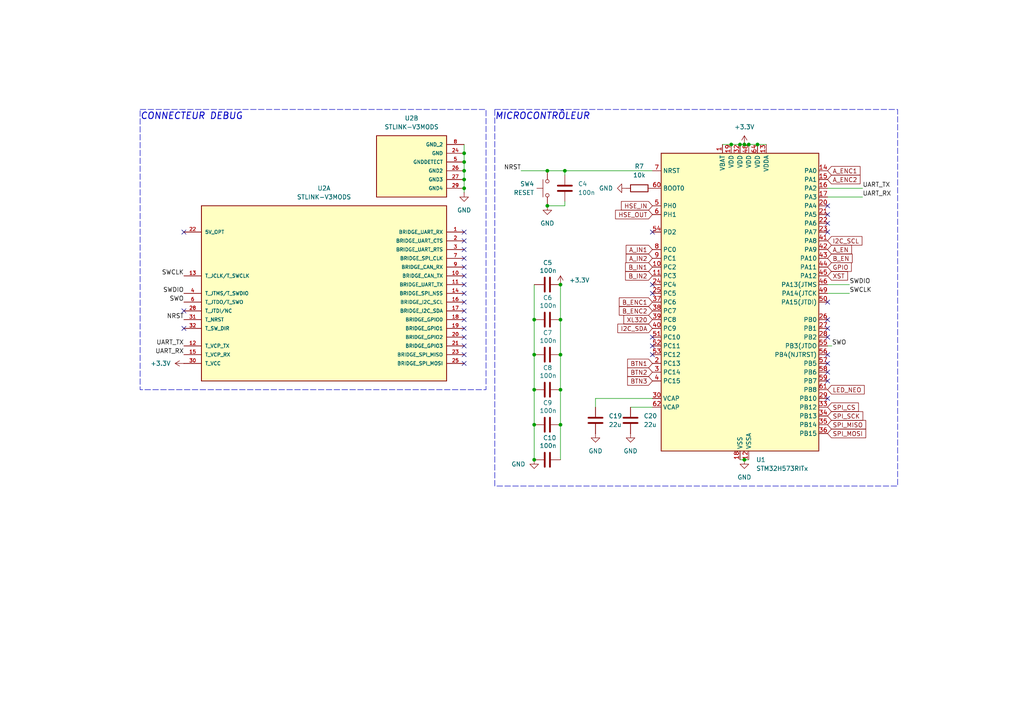
<source format=kicad_sch>
(kicad_sch (version 20250114) (generator "eeschema") (generator_version "9.0")
  (paper "A4")
  (lib_symbols
    (symbol "Device:C" (pin_numbers (hide yes)) (pin_names (offset 0.254))
      (property "Reference" "C" (at 0.635 2.54 0))
      (property "Value" "C" (at 0.635 -2.54 0))
      (symbol "C_0_1"
        (polyline (pts (xy -2.032 0.762) (xy 2.032 0.762)) (stroke (width 0.508)))
        (polyline (pts (xy -2.032 -0.762) (xy 2.032 -0.762)) (stroke (width 0.508)))
      )
      (symbol "C_1_1"
        (pin passive line (at 0 3.81 270) (length 2.794) (name "~") (number "1"))
        (pin passive line (at 0 -3.81 90) (length 2.794) (name "~") (number "2"))
      )
    )
    (symbol "Device:R" (pin_numbers (hide yes)) (pin_names (offset 0))
      (property "Reference" "R" (at 2.032 0 90))
      (property "Value" "R" (at 0 0 90))
      (symbol "R_0_1"
        (rectangle (start -1.016 -2.54) (end 1.016 2.54) (stroke (width 0.254)))
      )
      (symbol "R_1_1"
        (pin passive line (at 0 3.81 270) (length 1.27) (name "~") (number "1"))
        (pin passive line (at 0 -3.81 90) (length 1.27) (name "~") (number "2"))
      )
    )
    (symbol "MCU_ST_STM32H5:STM32H573RITx"
      (property "Reference" "U" (at -22.86 44.45 0))
      (property "Value" "STM32H573RITx" (at 10.16 44.45 0))
      (symbol "STM32H573RITx_0_1"
        (rectangle (start -22.86 -43.18) (end 22.86 43.18) (stroke (width 0.254)) (fill (type background)))
      )
      (symbol "STM32H573RITx_1_1"
        (pin input line (at -25.4 38.1 0) (length 2.54) (name "NRST") (number "7"))
        (pin input line (at -25.4 33.02 0) (length 2.54) (name "BOOT0") (number "60"))
        (pin bidirectional line (at -25.4 27.94 0) (length 2.54) (name "PH0") (number "5"))
        (pin bidirectional line (at -25.4 25.4 0) (length 2.54) (name "PH1") (number "6"))
        (pin bidirectional line (at -25.4 20.32 0) (length 2.54) (name "PD2") (number "54"))
        (pin bidirectional line (at -25.4 15.24 0) (length 2.54) (name "PC0") (number "8"))
        (pin bidirectional line (at -25.4 12.7 0) (length 2.54) (name "PC1") (number "9"))
        (pin bidirectional line (at -25.4 10.16 0) (length 2.54) (name "PC2") (number "10"))
        (pin bidirectional line (at -25.4 7.62 0) (length 2.54) (name "PC3") (number "11"))
        (pin bidirectional line (at -25.4 5.08 0) (length 2.54) (name "PC4") (number "24"))
        (pin bidirectional line (at -25.4 2.54 0) (length 2.54) (name "PC5") (number "25"))
        (pin bidirectional line (at -25.4 0 0) (length 2.54) (name "PC6") (number "37"))
        (pin bidirectional line (at -25.4 -2.54 0) (length 2.54) (name "PC7") (number "38"))
        (pin bidirectional line (at -25.4 -5.08 0) (length 2.54) (name "PC8") (number "39"))
        (pin bidirectional line (at -25.4 -7.62 0) (length 2.54) (name "PC9") (number "40"))
        (pin bidirectional line (at -25.4 -10.16 0) (length 2.54) (name "PC10") (number "51"))
        (pin bidirectional line (at -25.4 -12.7 0) (length 2.54) (name "PC11") (number "52"))
        (pin bidirectional line (at -25.4 -15.24 0) (length 2.54) (name "PC12") (number "53"))
        (pin bidirectional line (at -25.4 -17.78 0) (length 2.54) (name "PC13") (number "2"))
        (pin bidirectional line (at -25.4 -20.32 0) (length 2.54) (name "PC14") (number "3"))
        (pin bidirectional line (at -25.4 -22.86 0) (length 2.54) (name "PC15") (number "4"))
        (pin power_out line (at -25.4 -27.94 0) (length 2.54) (name "VCAP") (number "30"))
        (pin power_out line (at -25.4 -30.48 0) (length 2.54) (name "VCAP") (number "62"))
        (pin power_in line (at -5.08 45.72 270) (length 2.54) (name "VBAT") (number "1"))
        (pin power_in line (at -2.54 45.72 270) (length 2.54) (name "VDD") (number "19"))
        (pin power_in line (at 0 45.72 270) (length 2.54) (name "VDD") (number "32"))
        (pin power_in line (at 0 -45.72 90) (length 2.54) (name "VSS") (number "18"))
        (pin passive line (at 0 -45.72 90) (length 2.54) (hide yes) (name "VSS") (number "31"))
        (pin passive line (at 0 -45.72 90) (length 2.54) (hide yes) (name "VSS") (number "47"))
        (pin passive line (at 0 -45.72 90) (length 2.54) (hide yes) (name "VSS") (number "63"))
        (pin power_in line (at 2.54 45.72 270) (length 2.54) (name "VDD") (number "48"))
        (pin power_in line (at 2.54 -45.72 90) (length 2.54) (name "VSSA") (number "12"))
        (pin power_in line (at 5.08 45.72 270) (length 2.54) (name "VDD") (number "64"))
        (pin power_in line (at 7.62 45.72 270) (length 2.54) (name "VDDA") (number "13"))
        (pin bidirectional line (at 25.4 38.1 180) (length 2.54) (name "PA0") (number "14"))
        (pin bidirectional line (at 25.4 35.56 180) (length 2.54) (name "PA1") (number "15"))
        (pin bidirectional line (at 25.4 33.02 180) (length 2.54) (name "PA2") (number "16"))
        (pin bidirectional line (at 25.4 30.48 180) (length 2.54) (name "PA3") (number "17"))
        (pin bidirectional line (at 25.4 27.94 180) (length 2.54) (name "PA4") (number "20"))
        (pin bidirectional line (at 25.4 25.4 180) (length 2.54) (name "PA5") (number "21"))
        (pin bidirectional line (at 25.4 22.86 180) (length 2.54) (name "PA6") (number "22"))
        (pin bidirectional line (at 25.4 20.32 180) (length 2.54) (name "PA7") (number "23"))
        (pin bidirectional line (at 25.4 17.78 180) (length 2.54) (name "PA8") (number "41"))
        (pin bidirectional line (at 25.4 15.24 180) (length 2.54) (name "PA9") (number "42"))
        (pin bidirectional line (at 25.4 12.7 180) (length 2.54) (name "PA10") (number "43"))
        (pin bidirectional line (at 25.4 10.16 180) (length 2.54) (name "PA11") (number "44"))
        (pin bidirectional line (at 25.4 7.62 180) (length 2.54) (name "PA12") (number "45"))
        (pin bidirectional line (at 25.4 5.08 180) (length 2.54) (name "PA13(JTMS") (number "46"))
        (pin bidirectional line (at 25.4 2.54 180) (length 2.54) (name "PA14(JTCK") (number "49"))
        (pin bidirectional line (at 25.4 0 180) (length 2.54) (name "PA15(JTDI)") (number "50"))
        (pin bidirectional line (at 25.4 -5.08 180) (length 2.54) (name "PB0") (number "26"))
        (pin bidirectional line (at 25.4 -7.62 180) (length 2.54) (name "PB1") (number "27"))
        (pin bidirectional line (at 25.4 -10.16 180) (length 2.54) (name "PB2") (number "28"))
        (pin bidirectional line (at 25.4 -12.7 180) (length 2.54) (name "PB3(JTDO") (number "55"))
        (pin bidirectional line (at 25.4 -15.24 180) (length 2.54) (name "PB4(NJTRST)") (number "56"))
        (pin bidirectional line (at 25.4 -17.78 180) (length 2.54) (name "PB5") (number "57"))
        (pin bidirectional line (at 25.4 -20.32 180) (length 2.54) (name "PB6") (number "58"))
        (pin bidirectional line (at 25.4 -22.86 180) (length 2.54) (name "PB7") (number "59"))
        (pin bidirectional line (at 25.4 -25.4 180) (length 2.54) (name "PB8") (number "61"))
        (pin bidirectional line (at 25.4 -27.94 180) (length 2.54) (name "PB10") (number "29"))
        (pin bidirectional line (at 25.4 -30.48 180) (length 2.54) (name "PB12") (number "33"))
        (pin bidirectional line (at 25.4 -33.02 180) (length 2.54) (name "PB13") (number "34"))
        (pin bidirectional line (at 25.4 -35.56 180) (length 2.54) (name "PB14") (number "35"))
        (pin bidirectional line (at 25.4 -38.1 180) (length 2.54) (name "PB15") (number "36"))
      )
    )
    (symbol "STLINK-V3MODS:STLINK-V3MODS" (pin_names (offset 1.016))
      (property "Reference" "U" (at -35.56 26.162 0))
      (property "Value" "STLINK-V3MODS" (at -35.56 -27.94 0))
      (symbol "STLINK-V3MODS_1_0"
        (rectangle (start -35.56 -25.4) (end 35.56 25.4) (stroke (width 0.254)) (fill (type background)))
        (pin passive line (at -40.64 17.78 0) (length 5.08) (name "5V_OPT") (number "22"))
        (pin passive line (at -40.64 5.08 0) (length 5.08) (name "T_JCLK/T_SWCLK") (number "13"))
        (pin passive line (at -40.64 0 0) (length 5.08) (name "T_JTMS/T_SWDIO") (number "4"))
        (pin passive line (at -40.64 -2.54 0) (length 5.08) (name "T_JTDO/T_SWO") (number "6"))
        (pin passive line (at -40.64 -5.08 0) (length 5.08) (name "T_JTDI/NC") (number "28"))
        (pin passive line (at -40.64 -7.62 0) (length 5.08) (name "T_NRST") (number "31"))
        (pin passive line (at -40.64 -10.16 0) (length 5.08) (name "T_SW_DIR") (number "32"))
        (pin passive line (at -40.64 -15.24 0) (length 5.08) (name "T_VCP_TX") (number "12"))
        (pin passive line (at -40.64 -17.78 0) (length 5.08) (name "T_VCP_RX") (number "15"))
        (pin passive line (at -40.64 -20.32 0) (length 5.08) (name "T_VCC") (number "30"))
        (pin passive line (at 40.64 17.78 180) (length 5.08) (name "BRIDGE_UART_RX") (number "1"))
        (pin passive line (at 40.64 15.24 180) (length 5.08) (name "BRIDGE_UART_CTS") (number "2"))
        (pin passive line (at 40.64 12.7 180) (length 5.08) (name "BRIDGE_UART_RTS") (number "3"))
        (pin passive line (at 40.64 10.16 180) (length 5.08) (name "BRIDGE_SPI_CLK") (number "7"))
        (pin passive line (at 40.64 7.62 180) (length 5.08) (name "BRIDGE_CAN_RX") (number "9"))
        (pin passive line (at 40.64 5.08 180) (length 5.08) (name "BRIDGE_CAN_TX") (number "10"))
        (pin passive line (at 40.64 2.54 180) (length 5.08) (name "BRIDGE_UART_TX") (number "11"))
        (pin passive line (at 40.64 0 180) (length 5.08) (name "BRIDGE_SPI_NSS") (number "14"))
        (pin bidirectional line (at 40.64 -2.54 180) (length 5.08) (name "BRIDGE_I2C_SCL") (number "16"))
        (pin bidirectional line (at 40.64 -5.08 180) (length 5.08) (name "BRIDGE_I2C_SDA") (number "17"))
        (pin bidirectional line (at 40.64 -7.62 180) (length 5.08) (name "BRIDGE_GPIO0") (number "18"))
        (pin bidirectional line (at 40.64 -10.16 180) (length 5.08) (name "BRIDGE_GPIO1") (number "19"))
        (pin bidirectional line (at 40.64 -12.7 180) (length 5.08) (name "BRIDGE_GPIO2") (number "20"))
        (pin bidirectional line (at 40.64 -15.24 180) (length 5.08) (name "BRIDGE_GPIO3") (number "21"))
        (pin passive line (at 40.64 -17.78 180) (length 5.08) (name "BRIDGE_SPI_MISO") (number "23"))
        (pin passive line (at 40.64 -20.32 180) (length 5.08) (name "BRIDGE_SPI_MOSI") (number "25"))
      )
      (symbol "STLINK-V3MODS_2_0"
        (rectangle (start -10.16 -10.16) (end 10.16 7.62) (stroke (width 0.254)) (fill (type background)))
        (pin power_in line (at 15.24 5.08 180) (length 5.08) (name "GND_2") (number "8"))
        (pin power_in line (at 15.24 2.54 180) (length 5.08) (name "GND") (number "24"))
        (pin power_in line (at 15.24 0 180) (length 5.08) (name "GNDDETECT") (number "5"))
        (pin power_in line (at 15.24 -2.54 180) (length 5.08) (name "GND2") (number "26"))
        (pin power_in line (at 15.24 -5.08 180) (length 5.08) (name "GND3") (number "27"))
        (pin power_in line (at 15.24 -7.62 180) (length 5.08) (name "GND4") (number "29"))
      )
    )
    (symbol "Switch:SW_Push" (pin_numbers (hide yes)) (pin_names (offset 1.016) (hide yes))
      (property "Reference" "SW" (at 1.27 2.54 0))
      (property "Value" "SW_Push" (at 0 -1.524 0))
      (symbol "SW_Push_0_1"
        (circle (center -2.032 0) (radius 0.508))
        (polyline (pts (xy 0 1.27) (xy 0 3.048)))
        (circle (center 2.032 0) (radius 0.508))
        (polyline (pts (xy 2.54 1.27) (xy -2.54 1.27)))
        (pin passive line (at -5.08 0 0) (length 2.54) (name "1") (number "1"))
        (pin passive line (at 5.08 0 180) (length 2.54) (name "2") (number "2"))
      )
    )
    (symbol "power:+3.3V" (power) (pin_numbers (hide yes)) (pin_names (offset 0) (hide yes))
      (property "Value" "+3.3V" (at 0 3.556 0))
      (symbol "+3.3V_0_1"
        (polyline (pts (xy -0.762 1.27) (xy 0 2.54)))
        (polyline (pts (xy 0 2.54) (xy 0.762 1.27)))
        (polyline (pts (xy 0 0) (xy 0 2.54)))
      )
      (symbol "+3.3V_1_1"
        (pin power_in line (at 0 0 90) (length 0) (name "~") (number "1"))
      )
    )
    (symbol "power:GND" (power) (pin_numbers (hide yes)) (pin_names (offset 0) (hide yes))
      (property "Value" "GND" (at 0 -3.81 0))
      (symbol "GND_0_1"
        (polyline (pts (xy 0 0) (xy 0 -1.27) (xy 1.27 -1.27) (xy 0 -2.54) (xy -1.27 -1.27) (xy 0 -1.27)))
      )
      (symbol "GND_1_1"
        (pin power_in line (at 0 0 270) (length 0) (name "~") (number "1"))
      )
    )
  )
  (rectangle (start 40.64 31.75) (end 140.97 113.03) (stroke (width 0) (type dash)))
  (rectangle (start 143.51 31.75) (end 260.35 140.97) (stroke (width 0) (type dash)))
  (text "CONNECTEUR DEBUG" (at 40.64 33.782 0) (effects (font (size 1.905 1.905) (thickness 0.254) (bold yes) (italic yes)) (justify left)))
  (text "MICROCONTRÔLEUR" (at 143.51 33.782 0) (effects (font (size 1.905 1.905) (thickness 0.254) (bold yes) (italic yes)) (justify left)))
  (junction (at 134.62 54.61))
  (junction (at 134.62 44.45))
  (junction (at 162.56 82.55))
  (junction (at 162.56 102.87))
  (junction (at 154.94 113.03))
  (junction (at 214.63 41.91))
  (junction (at 215.9 133.35))
  (junction (at 217.17 41.91))
  (junction (at 158.75 59.69))
  (junction (at 134.62 49.53))
  (junction (at 162.56 123.19))
  (junction (at 162.56 92.71))
  (junction (at 158.75 49.53))
  (junction (at 215.9 41.91))
  (junction (at 154.94 123.19))
  (junction (at 162.56 113.03))
  (junction (at 212.09 41.91))
  (junction (at 154.94 133.35))
  (junction (at 219.71 41.91))
  (junction (at 154.94 102.87))
  (junction (at 163.83 49.53))
  (junction (at 134.62 46.99))
  (junction (at 134.62 52.07))
  (junction (at 154.94 92.71))
  (no_connect (at 134.62 85.09))
  (no_connect (at 240.03 107.95))
  (no_connect (at 240.03 64.77))
  (no_connect (at 189.23 67.31))
  (no_connect (at 134.62 82.55))
  (no_connect (at 134.62 90.17))
  (no_connect (at 134.62 97.79))
  (no_connect (at 134.62 102.87))
  (no_connect (at 189.23 82.55))
  (no_connect (at 134.62 69.85))
  (no_connect (at 134.62 87.63))
  (no_connect (at 240.03 67.31))
  (no_connect (at 53.34 67.31))
  (no_connect (at 240.03 105.41))
  (no_connect (at 134.62 72.39))
  (no_connect (at 240.03 59.69))
  (no_connect (at 189.23 97.79))
  (no_connect (at 53.34 95.25))
  (no_connect (at 240.03 92.71))
  (no_connect (at 189.23 100.33))
  (no_connect (at 240.03 62.23))
  (no_connect (at 240.03 87.63))
  (no_connect (at 240.03 97.79))
  (no_connect (at 134.62 80.01))
  (no_connect (at 134.62 105.41))
  (no_connect (at 240.03 115.57))
  (no_connect (at 240.03 95.25))
  (no_connect (at 134.62 74.93))
  (no_connect (at 240.03 102.87))
  (no_connect (at 240.03 110.49))
  (no_connect (at 134.62 77.47))
  (no_connect (at 134.62 95.25))
  (no_connect (at 134.62 67.31))
  (no_connect (at 134.62 100.33))
  (no_connect (at 134.62 92.71))
  (no_connect (at 53.34 90.17))
  (no_connect (at 189.23 102.87))
  (no_connect (at 189.23 85.09))
  (wire (pts (xy 246.38 82.55) (xy 240.03 82.55)))
  (wire (pts (xy 162.56 102.87) (xy 162.56 113.03)))
  (wire (pts (xy 219.71 41.91) (xy 222.25 41.91)))
  (wire (pts (xy 241.3 100.33) (xy 240.03 100.33)))
  (wire (pts (xy 246.38 85.09) (xy 240.03 85.09)))
  (wire (pts (xy 134.62 49.53) (xy 134.62 52.07)))
  (wire (pts (xy 158.75 59.69) (xy 163.83 59.69)))
  (wire (pts (xy 215.9 41.91) (xy 217.17 41.91)))
  (wire (pts (xy 151.13 49.53) (xy 158.75 49.53)))
  (wire (pts (xy 158.75 49.53) (xy 163.83 49.53)))
  (wire (pts (xy 154.94 92.71) (xy 154.94 102.87)))
  (wire (pts (xy 134.62 46.99) (xy 134.62 49.53)))
  (wire (pts (xy 212.09 41.91) (xy 214.63 41.91)))
  (wire (pts (xy 154.94 113.03) (xy 154.94 123.19)))
  (wire (pts (xy 182.88 118.11) (xy 189.23 118.11)))
  (wire (pts (xy 134.62 41.91) (xy 134.62 44.45)))
  (wire (pts (xy 172.72 115.57) (xy 189.23 115.57)))
  (wire (pts (xy 162.56 82.55) (xy 162.56 92.71)))
  (wire (pts (xy 163.83 49.53) (xy 189.23 49.53)))
  (wire (pts (xy 214.63 133.35) (xy 215.9 133.35)))
  (wire (pts (xy 162.56 123.19) (xy 162.56 133.35)))
  (wire (pts (xy 134.62 44.45) (xy 134.62 46.99)))
  (wire (pts (xy 154.94 133.35) (xy 154.94 123.19)))
  (wire (pts (xy 250.19 54.61) (xy 240.03 54.61)))
  (wire (pts (xy 134.62 52.07) (xy 134.62 54.61)))
  (wire (pts (xy 214.63 41.91) (xy 215.9 41.91)))
  (wire (pts (xy 215.9 133.35) (xy 217.17 133.35)))
  (wire (pts (xy 134.62 54.61) (xy 134.62 55.88)))
  (wire (pts (xy 162.56 92.71) (xy 162.56 102.87)))
  (wire (pts (xy 162.56 113.03) (xy 162.56 123.19)))
  (wire (pts (xy 209.55 41.91) (xy 212.09 41.91)))
  (wire (pts (xy 172.72 118.11) (xy 172.72 115.57)))
  (wire (pts (xy 250.19 57.15) (xy 240.03 57.15)))
  (wire (pts (xy 154.94 82.55) (xy 154.94 92.71)))
  (wire (pts (xy 154.94 102.87) (xy 154.94 113.03)))
  (wire (pts (xy 217.17 41.91) (xy 219.71 41.91)))
  (wire (pts (xy 163.83 59.69) (xy 163.83 58.42)))
  (wire (pts (xy 163.83 49.53) (xy 163.83 50.8)))
  (label "SWO" (at 241.3 100.33 0))
  (label "UART_TX" (at 53.34 100.33 180))
  (label "SWCLK" (at 53.34 80.01 180))
  (label "UART_RX" (at 53.34 102.87 180))
  (label "SWCLK" (at 246.38 85.09 0))
  (label "NRST" (at 151.13 49.53 180))
  (label "NRST" (at 53.34 92.71 180))
  (label "SWDIO" (at 246.38 82.55 0))
  (label "SWO" (at 53.34 87.63 180))
  (label "UART_RX" (at 250.19 57.15 0))
  (label "UART_TX" (at 250.19 54.61 0))
  (label "SWDIO" (at 53.34 85.09 180))
  (global_label "B_IN1" (shape input) (at 189.23 77.47 180) (property "Intersheetrefs" "${INTERSHEET_REFS}" (effects (hide yes))))
  (global_label "GPIO" (shape input) (at 240.03 77.47 0) (property "Intersheetrefs" "${INTERSHEET_REFS}" (effects (hide yes))))
  (global_label "XL320" (shape input) (at 189.23 92.71 180) (property "Intersheetrefs" "${INTERSHEET_REFS}" (effects (hide yes))))
  (global_label "XST" (shape input) (at 240.03 80.01 0) (property "Intersheetrefs" "${INTERSHEET_REFS}" (effects (hide yes))))
  (global_label "HSE_OUT" (shape input) (at 189.23 62.23 180) (property "Intersheetrefs" "${INTERSHEET_REFS}" (effects (hide yes))))
  (global_label "SPI_SCK" (shape input) (at 240.03 120.65 0) (property "Intersheetrefs" "${INTERSHEET_REFS}" (effects (hide yes))))
  (global_label "B_ENC1" (shape input) (at 189.23 87.63 180) (property "Intersheetrefs" "${INTERSHEET_REFS}" (effects (hide yes))))
  (global_label "A_EN" (shape input) (at 240.03 72.39 0) (property "Intersheetrefs" "${INTERSHEET_REFS}" (effects (hide yes))))
  (global_label "BTN3" (shape input) (at 189.23 110.49 180) (property "Intersheetrefs" "${INTERSHEET_REFS}" (effects (hide yes))))
  (global_label "I2C_SDA" (shape input) (at 189.23 95.25 180) (property "Intersheetrefs" "${INTERSHEET_REFS}" (effects (hide yes))))
  (global_label "SPI_CS" (shape input) (at 240.03 118.11 0) (property "Intersheetrefs" "${INTERSHEET_REFS}" (effects (hide yes))))
  (global_label "BTN1" (shape input) (at 189.23 105.41 180) (property "Intersheetrefs" "${INTERSHEET_REFS}" (effects (hide yes))))
  (global_label "I2C_SCL" (shape input) (at 240.03 69.85 0) (property "Intersheetrefs" "${INTERSHEET_REFS}" (effects (hide yes))))
  (global_label "LED_NEO" (shape input) (at 240.03 113.03 0) (property "Intersheetrefs" "${INTERSHEET_REFS}" (effects (hide yes))))
  (global_label "B_ENC2" (shape input) (at 189.23 90.17 180) (property "Intersheetrefs" "${INTERSHEET_REFS}" (effects (hide yes))))
  (global_label "B_EN" (shape input) (at 240.03 74.93 0) (property "Intersheetrefs" "${INTERSHEET_REFS}" (effects (hide yes))))
  (global_label "A_IN2" (shape input) (at 189.23 74.93 180) (property "Intersheetrefs" "${INTERSHEET_REFS}" (effects (hide yes))))
  (global_label "A_IN1" (shape input) (at 189.23 72.39 180) (property "Intersheetrefs" "${INTERSHEET_REFS}" (effects (hide yes))))
  (global_label "A_ENC2" (shape input) (at 240.03 52.07 0) (property "Intersheetrefs" "${INTERSHEET_REFS}" (effects (hide yes))))
  (global_label "SPI_MISO" (shape input) (at 240.03 123.19 0) (property "Intersheetrefs" "${INTERSHEET_REFS}" (effects (hide yes))))
  (global_label "A_ENC1" (shape input) (at 240.03 49.53 0) (property "Intersheetrefs" "${INTERSHEET_REFS}" (effects (hide yes))))
  (global_label "HSE_IN" (shape input) (at 189.23 59.69 180) (property "Intersheetrefs" "${INTERSHEET_REFS}" (effects (hide yes))))
  (global_label "SPI_MOSI" (shape input) (at 240.03 125.73 0) (property "Intersheetrefs" "${INTERSHEET_REFS}" (effects (hide yes))))
  (global_label "B_IN2" (shape input) (at 189.23 80.01 180) (property "Intersheetrefs" "${INTERSHEET_REFS}" (effects (hide yes))))
  (global_label "BTN2" (shape input) (at 189.23 107.95 180) (property "Intersheetrefs" "${INTERSHEET_REFS}" (effects (hide yes))))
  (symbol (lib_id "power:GND") (at 154.94 133.35 0) (mirror y) (unit 1)
    (property "Reference" "#PWR02" (effects (hide yes)))
    (property "Value" "GND" (at 152.4 134.6199 0) (effects (justify left)))
    (property "Description" "Power symbol creates a global label with name \"GND\" , ground" (effects (hide yes)))
  )
  (symbol (lib_id "Device:C") (at 158.75 102.87 90) (unit 1)
    (property "Reference" "C7" (at 157.48 96.52 90) (effects (justify right)))
    (property "Value" "100n" (at 156.464 98.806 90) (effects (justify right)))
    (property "Footprint" "Capacitor_SMD:C_0603_1608Metric" (effects (hide yes)))
    (property "Datasheet" "https://fr.rs-online.com/web/p/condensateurs-ceramique-multicouches/7665443" (effects (hide yes)))
    (property "Description" "Unpolarized capacitor" (effects (hide yes)))
  )
  (symbol (lib_id "power:GND") (at 158.75 59.69 0) (unit 1)
    (property "Reference" "#PWR09" (effects (hide yes)))
    (property "Value" "GND" (at 158.75 64.77 0))
    (property "Description" "Power symbol creates a global label with name \"GND\" , ground" (effects (hide yes)))
  )
  (symbol (lib_id "MCU_ST_STM32H5:STM32H573RITx") (at 214.63 87.63 0) (unit 1)
    (property "Reference" "U1" (at 219.3133 133.35 0) (effects (justify left)))
    (property "Value" "STM32H573RITx" (at 219.3133 135.89 0) (effects (justify left)))
    (property "Footprint" "Package_QFP:LQFP-64_10x10mm_P0.5mm" (effects (hide yes)))
    (property "Datasheet" "https://www.st.com/resource/en/datasheet/stm32h573ri.pdf" (effects (hide yes)))
    (property "Description" "STMicroelectronics Arm Cortex-M33 MCU, 2048KB flash, 640KB RAM, 250 MHz, 1.62-3.6V, 49 GPIO, LQFP64" (effects (hide yes)))
  )
  (symbol (lib_id "Device:C") (at 158.75 123.19 90) (unit 1)
    (property "Reference" "C9" (at 157.48 116.84 90) (effects (justify right)))
    (property "Value" "100n" (at 156.464 119.126 90) (effects (justify right)))
    (property "Footprint" "Capacitor_SMD:C_0603_1608Metric" (effects (hide yes)))
    (property "Datasheet" "https://fr.rs-online.com/web/p/condensateurs-ceramique-multicouches/7665443" (effects (hide yes)))
    (property "Description" "Unpolarized capacitor" (effects (hide yes)))
  )
  (symbol (lib_id "STLINK-V3MODS:STLINK-V3MODS") (at 93.98 85.09 0) (unit 1)
    (property "Reference" "U2" (at 93.98 54.61 0))
    (property "Value" "STLINK-V3MODS" (at 93.98 57.15 0))
    (property "Footprint" "STLINK-V3MODS:MODULE_STLINK-V3MODS" (effects (hide yes)))
    (property "MF" "STMicroelectronics" (effects (hide yes)))
    (property "Description_1" "STMicroelectronics STLINK-V3MODS Entwicklungsboard   1 St." (effects (hide yes)))
    (property "Package" "None" (effects (hide yes)))
    (property "Price" "None" (effects (hide yes)))
    (property "Check_prices" "https://www.snapeda.com/parts/STLINK-V3MODS/STMicroelectronics/view-part/?ref=eda" (effects (hide yes)))
    (property "STANDARD" "Manufacturer Recommendations" (effects (hide yes)))
    (property "PARTREV" "1" (effects (hide yes)))
    (property "SnapEDA_Link" "https://www.snapeda.com/parts/STLINK-V3MODS/STMicroelectronics/view-part/?ref=snap" (effects (hide yes)))
    (property "MP" "STLINK-V3MODS" (effects (hide yes)))
    (property "Purchase-URL" "https://www.snapeda.com/api/url_track_click_mouser/?unipart_id=4704654&manufacturer=STMicroelectronics&part_name=STLINK-V3MODS&search_term=None" (effects (hide yes)))
    (property "Availability" "In Stock" (effects (hide yes)))
    (property "MANUFACTURER" "ST Microelectronics" (effects (hide yes)))
  )
  (symbol (lib_id "Device:C") (at 158.75 133.35 90) (unit 1)
    (property "Reference" "C10" (at 157.48 127 90) (effects (justify right)))
    (property "Value" "100n" (at 156.464 129.286 90) (effects (justify right)))
    (property "Footprint" "Capacitor_SMD:C_0603_1608Metric" (effects (hide yes)))
    (property "Datasheet" "https://fr.rs-online.com/web/p/condensateurs-ceramique-multicouches/7665443" (effects (hide yes)))
    (property "Description" "Unpolarized capacitor" (effects (hide yes)))
  )
  (symbol (lib_id "power:GND") (at 215.9 133.35 0) (unit 1)
    (property "Reference" "#PWR014" (effects (hide yes)))
    (property "Value" "GND" (at 215.9 138.43 0))
    (property "Description" "Power symbol creates a global label with name \"GND\" , ground" (effects (hide yes)))
  )
  (symbol (lib_id "Device:C") (at 158.75 82.55 90) (unit 1)
    (property "Reference" "C5" (at 157.48 76.2 90) (effects (justify right)))
    (property "Value" "100n" (at 156.464 78.486 90) (effects (justify right)))
    (property "Footprint" "Capacitor_SMD:C_0603_1608Metric" (effects (hide yes)))
    (property "Datasheet" "https://fr.rs-online.com/web/p/condensateurs-ceramique-multicouches/7665443" (effects (hide yes)))
    (property "Description" "Unpolarized capacitor" (effects (hide yes)))
  )
  (symbol (lib_id "power:+3.3V") (at 215.9 41.91 0) (unit 1)
    (property "Reference" "#PWR04" (effects (hide yes)))
    (property "Value" "+3.3V" (at 215.9 36.83 0))
    (property "Description" "Power symbol creates a global label with name \"+3.3V\"" (effects (hide yes)))
  )
  (symbol (lib_id "Device:C") (at 158.75 92.71 90) (unit 1)
    (property "Reference" "C6" (at 157.48 86.36 90) (effects (justify right)))
    (property "Value" "100n" (at 156.464 88.646 90) (effects (justify right)))
    (property "Footprint" "Capacitor_SMD:C_0603_1608Metric" (effects (hide yes)))
    (property "Datasheet" "https://fr.rs-online.com/web/p/condensateurs-ceramique-multicouches/7665443" (effects (hide yes)))
    (property "Description" "Unpolarized capacitor" (effects (hide yes)))
  )
  (symbol (lib_id "STLINK-V3MODS:STLINK-V3MODS") (at 119.38 46.99 0) (unit 2)
    (property "Reference" "U2" (at 119.38 34.29 0))
    (property "Value" "STLINK-V3MODS" (at 119.38 36.83 0))
    (property "Footprint" "STLINK-V3MODS:MODULE_STLINK-V3MODS" (effects (hide yes)))
    (property "MF" "STMicroelectronics" (effects (hide yes)))
    (property "Description_1" "STMicroelectronics STLINK-V3MODS Entwicklungsboard   1 St." (effects (hide yes)))
    (property "Package" "None" (effects (hide yes)))
    (property "Price" "None" (effects (hide yes)))
    (property "Check_prices" "https://www.snapeda.com/parts/STLINK-V3MODS/STMicroelectronics/view-part/?ref=eda" (effects (hide yes)))
    (property "STANDARD" "Manufacturer Recommendations" (effects (hide yes)))
    (property "PARTREV" "1" (effects (hide yes)))
    (property "SnapEDA_Link" "https://www.snapeda.com/parts/STLINK-V3MODS/STMicroelectronics/view-part/?ref=snap" (effects (hide yes)))
    (property "MP" "STLINK-V3MODS" (effects (hide yes)))
    (property "Purchase-URL" "https://www.snapeda.com/api/url_track_click_mouser/?unipart_id=4704654&manufacturer=STMicroelectronics&part_name=STLINK-V3MODS&search_term=None" (effects (hide yes)))
    (property "Availability" "In Stock" (effects (hide yes)))
    (property "MANUFACTURER" "ST Microelectronics" (effects (hide yes)))
  )
  (symbol (lib_id "Switch:SW_Push") (at 158.75 54.61 90) (mirror x) (unit 1)
    (property "Reference" "SW4" (at 154.94 53.3399 90) (effects (justify left)))
    (property "Value" "RESET" (at 154.94 55.8799 90) (effects (justify left)))
    (property "Footprint" "Button_Switch_SMD:Panasonic_EVQPUJ_EVQPUA" (effects (hide yes)))
    (property "Description" "Push button switch, generic, two pins" (effects (hide yes)))
  )
  (symbol (lib_id "power:GND") (at 182.88 125.73 0) (unit 1)
    (property "Reference" "#PWR034" (effects (hide yes)))
    (property "Value" "GND" (at 182.88 130.81 0))
    (property "Description" "Power symbol creates a global label with name \"GND\" , ground" (effects (hide yes)))
  )
  (symbol (lib_id "power:GND") (at 181.61 54.61 270) (unit 1)
    (property "Reference" "#PWR015" (effects (hide yes)))
    (property "Value" "GND" (at 177.8 54.6099 90) (effects (justify right)))
    (property "Description" "Power symbol creates a global label with name \"GND\" , ground" (effects (hide yes)))
  )
  (symbol (lib_id "Device:C") (at 172.72 121.92 0) (unit 1)
    (property "Reference" "C19" (at 176.53 120.6499 0) (effects (justify left)))
    (property "Value" "22u" (at 176.53 123.1899 0) (effects (justify left)))
    (property "Footprint" "Capacitor_SMD:C_0805_2012Metric" (effects (hide yes)))
    (property "Description" "Unpolarized capacitor" (effects (hide yes)))
  )
  (symbol (lib_id "power:+3.3V") (at 53.34 105.41 90) (unit 1)
    (property "Reference" "#PWR011" (effects (hide yes)))
    (property "Value" "+3.3V" (at 49.53 105.4099 90) (effects (justify left)))
    (property "Description" "Power symbol creates a global label with name \"+3.3V\"" (effects (hide yes)))
  )
  (symbol (lib_id "Device:C") (at 182.88 121.92 0) (unit 1)
    (property "Reference" "C20" (at 186.69 120.6499 0) (effects (justify left)))
    (property "Value" "22u" (at 186.69 123.1899 0) (effects (justify left)))
    (property "Footprint" "Capacitor_SMD:C_0805_2012Metric" (effects (hide yes)))
    (property "Description" "Unpolarized capacitor" (effects (hide yes)))
  )
  (symbol (lib_id "Device:R") (at 185.42 54.61 90) (unit 1)
    (property "Reference" "R7" (at 185.42 48.26 90))
    (property "Value" "10k" (at 185.42 50.8 90))
    (property "Footprint" "Resistor_SMD:R_0603_1608Metric" (effects (hide yes)))
    (property "Description" "Resistor" (effects (hide yes)))
  )
  (symbol (lib_id "Device:C") (at 163.83 54.61 0) (unit 1)
    (property "Reference" "C4" (at 167.64 53.3399 0) (effects (justify left)))
    (property "Value" "100n" (at 167.64 55.8799 0) (effects (justify left)))
    (property "Footprint" "Capacitor_SMD:C_0603_1608Metric" (effects (hide yes)))
    (property "Datasheet" "https://fr.rs-online.com/web/p/condensateurs-ceramique-multicouches/7665443" (effects (hide yes)))
    (property "Description" "Unpolarized capacitor" (effects (hide yes)))
  )
  (symbol (lib_id "power:GND") (at 134.62 55.88 0) (unit 1)
    (property "Reference" "#PWR03" (effects (hide yes)))
    (property "Value" "GND" (at 134.62 60.96 0))
    (property "Description" "Power symbol creates a global label with name \"GND\" , ground" (effects (hide yes)))
  )
  (symbol (lib_id "Device:C") (at 158.75 113.03 90) (unit 1)
    (property "Reference" "C8" (at 157.48 106.68 90) (effects (justify right)))
    (property "Value" "100n" (at 156.464 108.966 90) (effects (justify right)))
    (property "Footprint" "Capacitor_SMD:C_0603_1608Metric" (effects (hide yes)))
    (property "Datasheet" "https://fr.rs-online.com/web/p/condensateurs-ceramique-multicouches/7665443" (effects (hide yes)))
    (property "Description" "Unpolarized capacitor" (effects (hide yes)))
  )
  (symbol (lib_id "power:GND") (at 172.72 125.73 0) (unit 1)
    (property "Reference" "#PWR035" (effects (hide yes)))
    (property "Value" "GND" (at 172.72 130.81 0))
    (property "Description" "Power symbol creates a global label with name \"GND\" , ground" (effects (hide yes)))
  )
  (symbol (lib_id "power:+3.3V") (at 162.56 82.55 0) (unit 1)
    (property "Reference" "#PWR07" (effects (hide yes)))
    (property "Value" "+3.3V" (at 165.1 81.2799 0) (effects (justify left)))
    (property "Description" "Power symbol creates a global label with name \"+3.3V\"" (effects (hide yes)))
  )
)
</source>
